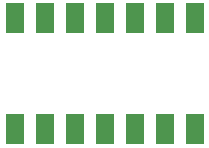
<source format=gbr>
G04 #@! TF.GenerationSoftware,KiCad,Pcbnew,(5.1.4)-1*
G04 #@! TF.CreationDate,2019-10-21T12:38:33+02:00*
G04 #@! TF.ProjectId,Phaseshifter,50686173-6573-4686-9966-7465722e6b69,rev?*
G04 #@! TF.SameCoordinates,Original*
G04 #@! TF.FileFunction,Paste,Top*
G04 #@! TF.FilePolarity,Positive*
%FSLAX46Y46*%
G04 Gerber Fmt 4.6, Leading zero omitted, Abs format (unit mm)*
G04 Created by KiCad (PCBNEW (5.1.4)-1) date 2019-10-21 12:38:33*
%MOMM*%
%LPD*%
G04 APERTURE LIST*
%ADD10R,1.650000X2.540000*%
G04 APERTURE END LIST*
D10*
X109450000Y-74670000D03*
X109450000Y-84070000D03*
X111990000Y-74670000D03*
X111990000Y-84070000D03*
X114530000Y-74670000D03*
X114530000Y-84070000D03*
X117070000Y-74670000D03*
X117070000Y-84070000D03*
X119610000Y-74670000D03*
X119610000Y-84070000D03*
X122150000Y-74670000D03*
X122150000Y-84070000D03*
X124690000Y-74670000D03*
X124690000Y-84070000D03*
M02*

</source>
